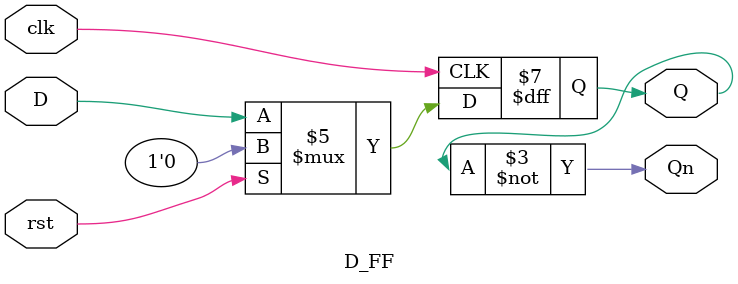
<source format=v>
`timescale 1ns / 1ps

module D_FF(
    input D, 
    input clk, 
    input rst, 
    output reg Q, 
    output Qn);
    always @(posedge clk) 
    begin
     if(rst==1'b1)
      Q <= 1'b0; 
     else 
      Q <= D; 
    end 
    assign Qn=~Q;
endmodule

</source>
